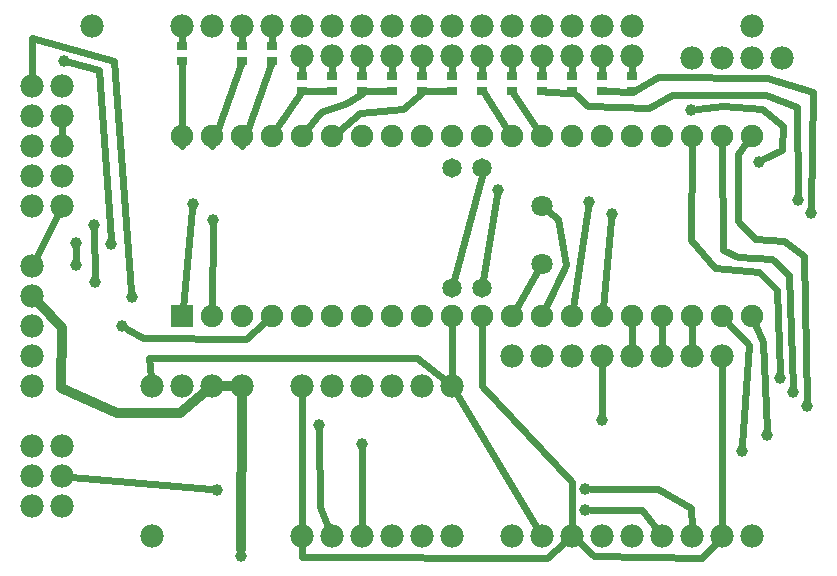
<source format=gbl>
G04 MADE WITH FRITZING*
G04 WWW.FRITZING.ORG*
G04 DOUBLE SIDED*
G04 HOLES PLATED*
G04 CONTOUR ON CENTER OF CONTOUR VECTOR*
%ASAXBY*%
%FSLAX23Y23*%
%MOIN*%
%OFA0B0*%
%SFA1.0B1.0*%
%ADD10C,0.039370*%
%ADD11C,0.075000*%
%ADD12C,0.078000*%
%ADD13C,0.065000*%
%ADD14C,0.070925*%
%ADD15C,0.070866*%
%ADD16R,0.075000X0.075000*%
%ADD17R,0.035433X0.027559*%
%ADD18C,0.024000*%
%ADD19C,0.032000*%
%LNCOPPER0*%
G90*
G70*
G54D10*
X1965Y1223D03*
X407Y812D03*
X805Y43D03*
X1661Y1265D03*
X256Y1014D03*
X319Y959D03*
X371Y1083D03*
X441Y908D03*
X254Y1088D03*
X315Y1148D03*
X214Y1694D03*
X2041Y1183D03*
X2530Y1356D03*
X2305Y1531D03*
X712Y1163D03*
X645Y1219D03*
X2663Y1230D03*
X2705Y1188D03*
X2474Y395D03*
X2557Y448D03*
X2602Y637D03*
X2646Y590D03*
X2691Y543D03*
X2007Y498D03*
X1066Y481D03*
X1207Y418D03*
X724Y265D03*
X1952Y268D03*
X1952Y198D03*
G54D11*
X607Y843D03*
X607Y1443D03*
X707Y843D03*
X707Y1443D03*
X807Y843D03*
X807Y1443D03*
X907Y843D03*
X907Y1443D03*
X1007Y843D03*
X1007Y1443D03*
X1107Y843D03*
X1107Y1443D03*
X1207Y843D03*
X1207Y1443D03*
X1307Y843D03*
X1307Y1443D03*
X1407Y843D03*
X1407Y1443D03*
X1507Y843D03*
X1507Y1443D03*
X1607Y843D03*
X1607Y1443D03*
X1707Y843D03*
X1707Y1443D03*
X1807Y843D03*
X1807Y1443D03*
X1907Y843D03*
X1907Y1443D03*
X2007Y843D03*
X2007Y1443D03*
X2107Y843D03*
X2107Y1443D03*
X2207Y843D03*
X2207Y1443D03*
X2307Y843D03*
X2307Y1443D03*
X2407Y843D03*
X2407Y1443D03*
X2507Y843D03*
X2507Y1443D03*
G54D12*
X207Y1612D03*
X207Y1512D03*
X207Y1412D03*
X207Y1312D03*
X207Y1212D03*
X307Y1812D03*
X2507Y1812D03*
X2507Y112D03*
X507Y112D03*
X107Y1612D03*
X107Y1512D03*
X107Y1412D03*
X107Y1312D03*
X107Y1212D03*
X107Y612D03*
X107Y712D03*
X107Y812D03*
X207Y412D03*
X107Y412D03*
X207Y312D03*
X107Y312D03*
X207Y212D03*
X107Y212D03*
X607Y1812D03*
X707Y1812D03*
X807Y1812D03*
X907Y1812D03*
X2107Y1812D03*
X2007Y1812D03*
X1907Y1812D03*
X1807Y1812D03*
X1707Y1812D03*
X1607Y1812D03*
X1507Y1812D03*
X1407Y1812D03*
X1307Y1812D03*
X1207Y1812D03*
X1107Y1812D03*
X1007Y1812D03*
X1007Y1712D03*
X1107Y1712D03*
X1207Y1712D03*
X1307Y1712D03*
X1407Y1712D03*
X1507Y1712D03*
X1607Y1712D03*
X1707Y1712D03*
X1807Y1712D03*
X1907Y1712D03*
X2007Y1712D03*
X2107Y1712D03*
X2307Y1704D03*
X2407Y1704D03*
X2507Y1704D03*
X2607Y1704D03*
X107Y1012D03*
X107Y912D03*
X1707Y712D03*
X1807Y712D03*
X1907Y712D03*
X2007Y712D03*
X2107Y712D03*
X2207Y712D03*
X2307Y712D03*
X2407Y712D03*
X1707Y112D03*
X1807Y112D03*
X1907Y112D03*
X2007Y112D03*
X2107Y112D03*
X2207Y112D03*
X2307Y112D03*
X2407Y112D03*
X1507Y112D03*
X1407Y112D03*
X1307Y112D03*
X1207Y112D03*
X1107Y112D03*
X1007Y112D03*
X1507Y612D03*
X1407Y612D03*
X1307Y612D03*
X1207Y612D03*
X1107Y612D03*
X1007Y612D03*
X507Y612D03*
X607Y612D03*
X707Y612D03*
X807Y612D03*
G54D13*
X1607Y939D03*
X1507Y939D03*
X1507Y1339D03*
X1607Y1339D03*
G54D14*
X1807Y1019D03*
G54D15*
X1807Y1212D03*
G54D16*
X607Y843D03*
G54D17*
X609Y1693D03*
X609Y1744D03*
X809Y1693D03*
X809Y1744D03*
X909Y1693D03*
X909Y1744D03*
X1009Y1593D03*
X1009Y1644D03*
X1109Y1593D03*
X1109Y1644D03*
X1209Y1593D03*
X1209Y1644D03*
X1309Y1593D03*
X1309Y1644D03*
X1409Y1593D03*
X1409Y1644D03*
X1509Y1593D03*
X1509Y1644D03*
X1609Y1593D03*
X1609Y1644D03*
X1709Y1593D03*
X1709Y1644D03*
X1809Y1593D03*
X1809Y1644D03*
X1909Y1593D03*
X1909Y1644D03*
X2009Y1593D03*
X2009Y1644D03*
X2109Y1593D03*
X2109Y1644D03*
G54D18*
X1007Y1594D02*
X1009Y1593D01*
D02*
X923Y1467D02*
X1007Y1594D01*
D02*
X609Y1752D02*
X607Y1812D01*
D02*
X809Y1752D02*
X807Y1812D01*
D02*
X909Y1752D02*
X907Y1812D01*
D02*
X1009Y1652D02*
X1007Y1712D01*
D02*
X1109Y1652D02*
X1107Y1712D01*
D02*
X1209Y1652D02*
X1207Y1712D01*
D02*
X1309Y1652D02*
X1307Y1712D01*
D02*
X1409Y1652D02*
X1407Y1712D01*
D02*
X1509Y1652D02*
X1507Y1712D01*
D02*
X1609Y1652D02*
X1607Y1712D01*
D02*
X1709Y1652D02*
X1707Y1712D01*
D02*
X1809Y1652D02*
X1807Y1712D01*
D02*
X1909Y1652D02*
X1907Y1712D01*
D02*
X2109Y1652D02*
X2107Y1712D01*
D02*
X2009Y1652D02*
X2007Y1712D01*
D02*
X207Y1412D02*
X207Y1482D01*
D02*
X1794Y996D02*
X1722Y868D01*
D02*
X1863Y1168D02*
X1887Y1014D01*
D02*
X1887Y1014D02*
X1819Y869D01*
D02*
X1828Y1195D02*
X1863Y1168D01*
G54D19*
D02*
X603Y521D02*
X707Y612D01*
D02*
X390Y521D02*
X603Y521D01*
D02*
X205Y605D02*
X390Y521D01*
D02*
X207Y805D02*
X205Y605D01*
D02*
X132Y886D02*
X207Y805D01*
D02*
X807Y612D02*
X743Y612D01*
G54D18*
D02*
X207Y1212D02*
X121Y1039D01*
D02*
X821Y768D02*
X478Y770D01*
D02*
X478Y770D02*
X424Y802D01*
D02*
X886Y824D02*
X821Y768D01*
D02*
X607Y1412D02*
X607Y1414D01*
D02*
X609Y1684D02*
X607Y1412D01*
D02*
X707Y1412D02*
X707Y1414D01*
D02*
X806Y1684D02*
X707Y1412D01*
D02*
X807Y1412D02*
X807Y1414D01*
D02*
X906Y1684D02*
X807Y1412D01*
D02*
X1107Y1594D02*
X1109Y1593D01*
D02*
X1022Y1593D02*
X1107Y1594D01*
D02*
X1212Y1588D02*
X1209Y1593D01*
D02*
X1157Y1554D02*
X1212Y1588D01*
D02*
X1070Y1523D02*
X1157Y1554D01*
D02*
X1025Y1466D02*
X1070Y1523D01*
D02*
X1307Y1594D02*
X1309Y1593D01*
D02*
X1222Y1593D02*
X1307Y1594D01*
D02*
X1410Y1592D02*
X1409Y1593D01*
D02*
X1346Y1534D02*
X1410Y1592D01*
D02*
X1202Y1520D02*
X1346Y1534D01*
D02*
X1130Y1461D02*
X1202Y1520D01*
D02*
X1503Y1594D02*
X1509Y1593D01*
D02*
X1422Y1593D02*
X1503Y1594D01*
D02*
X1612Y1594D02*
X1692Y1467D01*
D02*
X1609Y1593D02*
X1612Y1594D01*
D02*
X1712Y1588D02*
X1792Y1467D01*
D02*
X1709Y1593D02*
X1712Y1588D01*
D02*
X1910Y1588D02*
X1909Y1593D01*
D02*
X1822Y1592D02*
X1910Y1588D01*
D02*
X2112Y1592D02*
X2109Y1593D01*
D02*
X2022Y1593D02*
X2112Y1592D01*
D02*
X2407Y142D02*
X2407Y682D01*
D02*
X2343Y39D02*
X2387Y89D01*
D02*
X1983Y43D02*
X2343Y39D01*
D02*
X1930Y92D02*
X1983Y43D01*
D02*
X1607Y612D02*
X1607Y814D01*
D02*
X1907Y290D02*
X1607Y612D01*
D02*
X1907Y142D02*
X1907Y290D01*
D02*
X1825Y39D02*
X1007Y40D01*
D02*
X1007Y40D02*
X1007Y82D01*
D02*
X1885Y92D02*
X1825Y39D01*
D02*
X1607Y1312D02*
X1514Y963D01*
D02*
X1607Y1314D02*
X1607Y1312D01*
D02*
X1507Y814D02*
X1507Y642D01*
D02*
X1792Y138D02*
X1507Y612D01*
G54D19*
D02*
X807Y576D02*
X805Y67D01*
G54D18*
D02*
X1658Y1247D02*
X1611Y964D01*
D02*
X383Y1694D02*
X107Y1772D01*
D02*
X107Y1772D02*
X107Y1642D01*
D02*
X439Y926D02*
X383Y1694D01*
D02*
X255Y1069D02*
X256Y1033D01*
D02*
X315Y1129D02*
X319Y978D01*
D02*
X332Y1665D02*
X232Y1690D01*
D02*
X370Y1102D02*
X332Y1665D01*
D02*
X1912Y871D02*
X1962Y1204D01*
D02*
X2010Y872D02*
X2039Y1164D01*
D02*
X2607Y1399D02*
X2610Y1476D01*
D02*
X2541Y1534D02*
X2412Y1545D01*
D02*
X2412Y1545D02*
X2324Y1534D01*
D02*
X2610Y1476D02*
X2541Y1534D01*
D02*
X2546Y1366D02*
X2607Y1399D01*
D02*
X643Y1200D02*
X610Y872D01*
D02*
X708Y872D02*
X712Y1144D01*
D02*
X2710Y1590D02*
X2705Y1207D01*
D02*
X2558Y1636D02*
X2710Y1590D01*
D02*
X2196Y1641D02*
X2558Y1636D01*
D02*
X2122Y1599D02*
X2196Y1641D01*
D02*
X2658Y1541D02*
X2663Y1249D01*
D02*
X1963Y1543D02*
X2165Y1539D01*
D02*
X2165Y1539D02*
X2243Y1581D01*
D02*
X2556Y1581D02*
X2658Y1541D01*
D02*
X2243Y1581D02*
X2556Y1581D01*
D02*
X1918Y1584D02*
X1963Y1543D01*
D02*
X2499Y748D02*
X2427Y822D01*
D02*
X2475Y414D02*
X2499Y748D01*
D02*
X2307Y840D02*
X2307Y814D01*
D02*
X2307Y742D02*
X2307Y840D01*
D02*
X2207Y843D02*
X2207Y814D01*
D02*
X2207Y742D02*
X2207Y843D01*
D02*
X2107Y831D02*
X2107Y814D01*
D02*
X2107Y742D02*
X2107Y831D01*
D02*
X2546Y759D02*
X2519Y817D01*
D02*
X2557Y467D02*
X2546Y759D01*
D02*
X2385Y1005D02*
X2305Y1099D01*
D02*
X2532Y990D02*
X2385Y1005D01*
D02*
X2591Y931D02*
X2532Y990D01*
D02*
X2305Y1099D02*
X2307Y1414D01*
D02*
X2601Y656D02*
X2591Y931D01*
D02*
X2646Y609D02*
X2632Y981D01*
D02*
X2632Y981D02*
X2574Y1034D01*
D02*
X2461Y1041D02*
X2412Y1065D01*
D02*
X2412Y1065D02*
X2408Y1414D01*
D02*
X2574Y1034D02*
X2461Y1041D01*
D02*
X2690Y562D02*
X2682Y1043D01*
D02*
X2682Y1043D02*
X2616Y1094D01*
D02*
X2460Y1384D02*
X2489Y1421D01*
D02*
X2518Y1101D02*
X2461Y1161D01*
D02*
X2461Y1161D02*
X2460Y1384D01*
D02*
X2616Y1094D02*
X2518Y1101D01*
D02*
X2007Y517D02*
X2007Y682D01*
D02*
X1392Y703D02*
X1484Y631D01*
D02*
X499Y704D02*
X1392Y703D01*
D02*
X505Y642D02*
X499Y704D01*
D02*
X705Y267D02*
X237Y309D01*
D02*
X1207Y142D02*
X1207Y399D01*
D02*
X1068Y206D02*
X1066Y462D01*
D02*
X1096Y140D02*
X1068Y206D01*
D02*
X1007Y112D02*
X1007Y582D01*
D02*
X2196Y268D02*
X1971Y268D01*
D02*
X2305Y205D02*
X2196Y268D01*
D02*
X2307Y142D02*
X2305Y205D01*
D02*
X2143Y199D02*
X1971Y198D01*
D02*
X2189Y136D02*
X2143Y199D01*
G04 End of Copper0*
M02*
</source>
